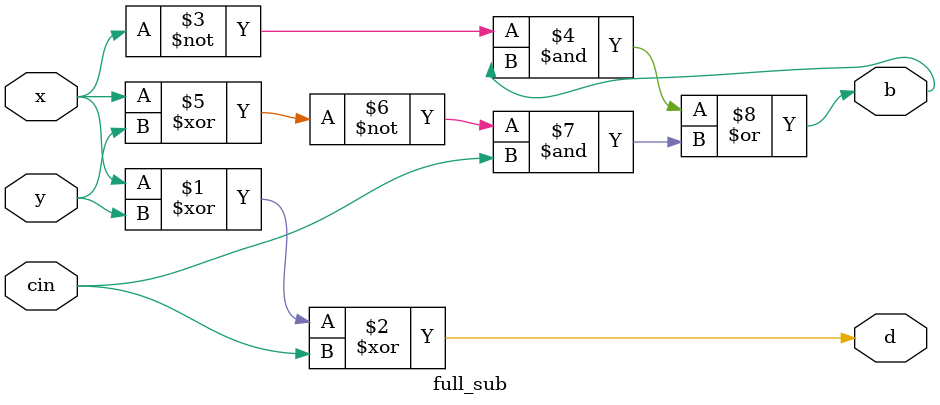
<source format=sv>
module full_sub(x, y, cin, d, b);
  input logic x, y, cin;
  output logic d, b; //d = difference | b = borrow
  assign d = x ^ y ^ cin;
  assign b = (~x&b) | (~(x ^ y) & cin);
endmodule

</source>
